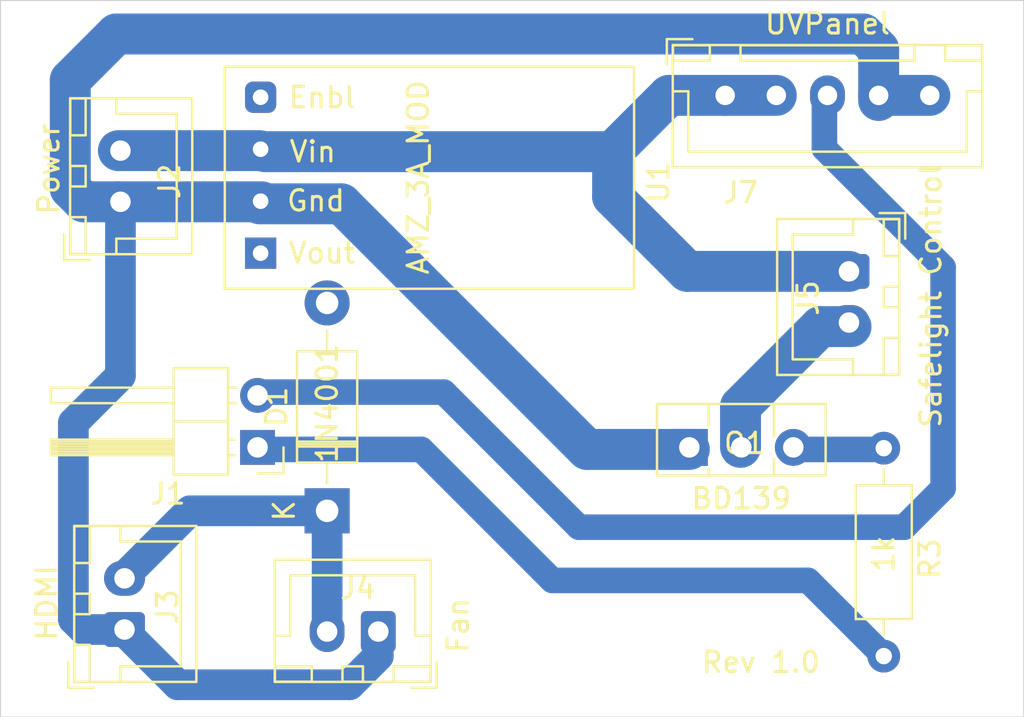
<source format=kicad_pcb>
(kicad_pcb (version 20171130) (host pcbnew "(5.1.8-0-10_14)")

  (general
    (thickness 1.6)
    (drawings 5)
    (tracks 47)
    (zones 0)
    (modules 10)
    (nets 10)
  )

  (page USLetter portrait)
  (layers
    (0 F.Cu signal)
    (31 B.Cu signal)
    (32 B.Adhes user hide)
    (33 F.Adhes user hide)
    (34 B.Paste user hide)
    (35 F.Paste user hide)
    (36 B.SilkS user hide)
    (37 F.SilkS user)
    (38 B.Mask user hide)
    (39 F.Mask user hide)
    (40 Dwgs.User user hide)
    (41 Cmts.User user hide)
    (42 Eco1.User user hide)
    (43 Eco2.User user hide)
    (44 Edge.Cuts user)
    (45 Margin user hide)
    (46 B.CrtYd user hide)
    (47 F.CrtYd user)
    (48 B.Fab user hide)
    (49 F.Fab user hide)
  )

  (setup
    (last_trace_width 1.25)
    (user_trace_width 0.5)
    (user_trace_width 1)
    (user_trace_width 1.5)
    (user_trace_width 2)
    (trace_clearance 0.25)
    (zone_clearance 0.508)
    (zone_45_only no)
    (trace_min 0.2)
    (via_size 0.8)
    (via_drill 0.4)
    (via_min_size 0.4)
    (via_min_drill 0.3)
    (uvia_size 0.3)
    (uvia_drill 0.1)
    (uvias_allowed no)
    (uvia_min_size 0.2)
    (uvia_min_drill 0.1)
    (edge_width 0.05)
    (segment_width 0.2)
    (pcb_text_width 0.3)
    (pcb_text_size 1.5 1.5)
    (mod_edge_width 0.12)
    (mod_text_size 1 1)
    (mod_text_width 0.15)
    (pad_size 1.7 1.7)
    (pad_drill 1)
    (pad_to_mask_clearance 0)
    (aux_axis_origin 9.96 72.036)
    (grid_origin 9.96 72.036)
    (visible_elements FFFEF97F)
    (pcbplotparams
      (layerselection 0x01000_fffffffe)
      (usegerberextensions false)
      (usegerberattributes true)
      (usegerberadvancedattributes true)
      (creategerberjobfile false)
      (excludeedgelayer true)
      (linewidth 0.100000)
      (plotframeref false)
      (viasonmask false)
      (mode 1)
      (useauxorigin true)
      (hpglpennumber 1)
      (hpglpenspeed 20)
      (hpglpendiameter 15.000000)
      (psnegative false)
      (psa4output false)
      (plotreference true)
      (plotvalue true)
      (plotinvisibletext false)
      (padsonsilk false)
      (subtractmaskfromsilk false)
      (outputformat 1)
      (mirror false)
      (drillshape 0)
      (scaleselection 1)
      (outputdirectory "../gbr/"))
  )

  (net 0 "")
  (net 1 GND)
  (net 2 +5V)
  (net 3 "Net-(D1-Pad2)")
  (net 4 "Net-(Q1-Pad3)")
  (net 5 "Net-(U1-Pad4)")
  (net 6 UVControl)
  (net 7 +24V)
  (net 8 SafelightControl)
  (net 9 SafelightGnd)

  (net_class Default "This is the default net class."
    (clearance 0.25)
    (trace_width 1.25)
    (via_dia 0.8)
    (via_drill 0.4)
    (uvia_dia 0.3)
    (uvia_drill 0.1)
    (add_net +24V)
    (add_net +5V)
    (add_net GND)
    (add_net "Net-(D1-Pad2)")
    (add_net "Net-(Q1-Pad3)")
    (add_net "Net-(U1-Pad4)")
    (add_net SafelightControl)
    (add_net SafelightGnd)
    (add_net UVControl)
  )

  (net_class Power12 ""
    (clearance 0.25)
    (trace_width 2)
    (via_dia 0.8)
    (via_drill 0.4)
    (uvia_dia 0.3)
    (uvia_drill 0.1)
  )

  (net_class Power5 ""
    (clearance 0.25)
    (trace_width 1.25)
    (via_dia 0.8)
    (via_drill 0.4)
    (uvia_dia 0.3)
    (uvia_drill 0.1)
  )

  (module Connector_PinHeader_2.54mm:PinHeader_1x02_P2.54mm_Horizontal (layer F.Cu) (tedit 59FED5CB) (tstamp 615AB299)
    (at 22.56 58.836 180)
    (descr "Through hole angled pin header, 1x02, 2.54mm pitch, 6mm pin length, single row")
    (tags "Through hole angled pin header THT 1x02 2.54mm single row")
    (path /615C0504)
    (fp_text reference J1 (at 4.385 -2.27) (layer F.SilkS)
      (effects (font (size 1 1) (thickness 0.15)))
    )
    (fp_text value "Light Control" (at 4.385 4.81) (layer F.Fab)
      (effects (font (size 1 1) (thickness 0.15)))
    )
    (fp_line (start 10.55 -1.8) (end -1.8 -1.8) (layer F.CrtYd) (width 0.05))
    (fp_line (start 10.55 4.35) (end 10.55 -1.8) (layer F.CrtYd) (width 0.05))
    (fp_line (start -1.8 4.35) (end 10.55 4.35) (layer F.CrtYd) (width 0.05))
    (fp_line (start -1.8 -1.8) (end -1.8 4.35) (layer F.CrtYd) (width 0.05))
    (fp_line (start -1.27 -1.27) (end 0 -1.27) (layer F.SilkS) (width 0.12))
    (fp_line (start -1.27 0) (end -1.27 -1.27) (layer F.SilkS) (width 0.12))
    (fp_line (start 1.042929 2.92) (end 1.44 2.92) (layer F.SilkS) (width 0.12))
    (fp_line (start 1.042929 2.16) (end 1.44 2.16) (layer F.SilkS) (width 0.12))
    (fp_line (start 10.1 2.92) (end 4.1 2.92) (layer F.SilkS) (width 0.12))
    (fp_line (start 10.1 2.16) (end 10.1 2.92) (layer F.SilkS) (width 0.12))
    (fp_line (start 4.1 2.16) (end 10.1 2.16) (layer F.SilkS) (width 0.12))
    (fp_line (start 1.44 1.27) (end 4.1 1.27) (layer F.SilkS) (width 0.12))
    (fp_line (start 1.11 0.38) (end 1.44 0.38) (layer F.SilkS) (width 0.12))
    (fp_line (start 1.11 -0.38) (end 1.44 -0.38) (layer F.SilkS) (width 0.12))
    (fp_line (start 4.1 0.28) (end 10.1 0.28) (layer F.SilkS) (width 0.12))
    (fp_line (start 4.1 0.16) (end 10.1 0.16) (layer F.SilkS) (width 0.12))
    (fp_line (start 4.1 0.04) (end 10.1 0.04) (layer F.SilkS) (width 0.12))
    (fp_line (start 4.1 -0.08) (end 10.1 -0.08) (layer F.SilkS) (width 0.12))
    (fp_line (start 4.1 -0.2) (end 10.1 -0.2) (layer F.SilkS) (width 0.12))
    (fp_line (start 4.1 -0.32) (end 10.1 -0.32) (layer F.SilkS) (width 0.12))
    (fp_line (start 10.1 0.38) (end 4.1 0.38) (layer F.SilkS) (width 0.12))
    (fp_line (start 10.1 -0.38) (end 10.1 0.38) (layer F.SilkS) (width 0.12))
    (fp_line (start 4.1 -0.38) (end 10.1 -0.38) (layer F.SilkS) (width 0.12))
    (fp_line (start 4.1 -1.33) (end 1.44 -1.33) (layer F.SilkS) (width 0.12))
    (fp_line (start 4.1 3.87) (end 4.1 -1.33) (layer F.SilkS) (width 0.12))
    (fp_line (start 1.44 3.87) (end 4.1 3.87) (layer F.SilkS) (width 0.12))
    (fp_line (start 1.44 -1.33) (end 1.44 3.87) (layer F.SilkS) (width 0.12))
    (fp_line (start 4.04 2.86) (end 10.04 2.86) (layer F.Fab) (width 0.1))
    (fp_line (start 10.04 2.22) (end 10.04 2.86) (layer F.Fab) (width 0.1))
    (fp_line (start 4.04 2.22) (end 10.04 2.22) (layer F.Fab) (width 0.1))
    (fp_line (start -0.32 2.86) (end 1.5 2.86) (layer F.Fab) (width 0.1))
    (fp_line (start -0.32 2.22) (end -0.32 2.86) (layer F.Fab) (width 0.1))
    (fp_line (start -0.32 2.22) (end 1.5 2.22) (layer F.Fab) (width 0.1))
    (fp_line (start 4.04 0.32) (end 10.04 0.32) (layer F.Fab) (width 0.1))
    (fp_line (start 10.04 -0.32) (end 10.04 0.32) (layer F.Fab) (width 0.1))
    (fp_line (start 4.04 -0.32) (end 10.04 -0.32) (layer F.Fab) (width 0.1))
    (fp_line (start -0.32 0.32) (end 1.5 0.32) (layer F.Fab) (width 0.1))
    (fp_line (start -0.32 -0.32) (end -0.32 0.32) (layer F.Fab) (width 0.1))
    (fp_line (start -0.32 -0.32) (end 1.5 -0.32) (layer F.Fab) (width 0.1))
    (fp_line (start 1.5 -0.635) (end 2.135 -1.27) (layer F.Fab) (width 0.1))
    (fp_line (start 1.5 3.81) (end 1.5 -0.635) (layer F.Fab) (width 0.1))
    (fp_line (start 4.04 3.81) (end 1.5 3.81) (layer F.Fab) (width 0.1))
    (fp_line (start 4.04 -1.27) (end 4.04 3.81) (layer F.Fab) (width 0.1))
    (fp_line (start 2.135 -1.27) (end 4.04 -1.27) (layer F.Fab) (width 0.1))
    (fp_text user %R (at 2.77 1.27 90) (layer F.Fab)
      (effects (font (size 1 1) (thickness 0.15)))
    )
    (pad 2 thru_hole oval (at 0 2.54 180) (size 1.7 1.7) (drill 1) (layers *.Cu *.Mask)
      (net 6 UVControl))
    (pad 1 thru_hole rect (at 0 0 180) (size 1.7 1.7) (drill 1) (layers *.Cu *.Mask)
      (net 8 SafelightControl))
    (model ${KISYS3DMOD}/Connector_PinHeader_2.54mm.3dshapes/PinHeader_1x02_P2.54mm_Horizontal.wrl
      (at (xyz 0 0 0))
      (scale (xyz 1 1 1))
      (rotate (xyz 0 0 0))
    )
  )

  (module Connector_JST:JST_XH_B2B-XH-A_1x02_P2.50mm_Vertical (layer F.Cu) (tedit 5C28146C) (tstamp 615AB39D)
    (at 51.46 50.236 270)
    (descr "JST XH series connector, B2B-XH-A (http://www.jst-mfg.com/product/pdf/eng/eXH.pdf), generated with kicad-footprint-generator")
    (tags "connector JST XH vertical")
    (path /603B82C9)
    (fp_text reference J5 (at 1.3 2 90) (layer F.SilkS)
      (effects (font (size 1 1) (thickness 0.15)))
    )
    (fp_text value "Safelight Control" (at 1.2 -4 90) (layer F.SilkS)
      (effects (font (size 1 1) (thickness 0.15)))
    )
    (fp_line (start -2.85 -2.75) (end -2.85 -1.5) (layer F.SilkS) (width 0.12))
    (fp_line (start -1.6 -2.75) (end -2.85 -2.75) (layer F.SilkS) (width 0.12))
    (fp_line (start 4.3 2.75) (end 1.25 2.75) (layer F.SilkS) (width 0.12))
    (fp_line (start 4.3 -0.2) (end 4.3 2.75) (layer F.SilkS) (width 0.12))
    (fp_line (start 5.05 -0.2) (end 4.3 -0.2) (layer F.SilkS) (width 0.12))
    (fp_line (start -1.8 2.75) (end 1.25 2.75) (layer F.SilkS) (width 0.12))
    (fp_line (start -1.8 -0.2) (end -1.8 2.75) (layer F.SilkS) (width 0.12))
    (fp_line (start -2.55 -0.2) (end -1.8 -0.2) (layer F.SilkS) (width 0.12))
    (fp_line (start 5.05 -2.45) (end 3.25 -2.45) (layer F.SilkS) (width 0.12))
    (fp_line (start 5.05 -1.7) (end 5.05 -2.45) (layer F.SilkS) (width 0.12))
    (fp_line (start 3.25 -1.7) (end 5.05 -1.7) (layer F.SilkS) (width 0.12))
    (fp_line (start 3.25 -2.45) (end 3.25 -1.7) (layer F.SilkS) (width 0.12))
    (fp_line (start -0.75 -2.45) (end -2.55 -2.45) (layer F.SilkS) (width 0.12))
    (fp_line (start -0.75 -1.7) (end -0.75 -2.45) (layer F.SilkS) (width 0.12))
    (fp_line (start -2.55 -1.7) (end -0.75 -1.7) (layer F.SilkS) (width 0.12))
    (fp_line (start -2.55 -2.45) (end -2.55 -1.7) (layer F.SilkS) (width 0.12))
    (fp_line (start 1.75 -2.45) (end 0.75 -2.45) (layer F.SilkS) (width 0.12))
    (fp_line (start 1.75 -1.7) (end 1.75 -2.45) (layer F.SilkS) (width 0.12))
    (fp_line (start 0.75 -1.7) (end 1.75 -1.7) (layer F.SilkS) (width 0.12))
    (fp_line (start 0.75 -2.45) (end 0.75 -1.7) (layer F.SilkS) (width 0.12))
    (fp_line (start 0 -1.35) (end 0.625 -2.35) (layer F.Fab) (width 0.1))
    (fp_line (start -0.625 -2.35) (end 0 -1.35) (layer F.Fab) (width 0.1))
    (fp_line (start 5.45 -2.85) (end -2.95 -2.85) (layer F.CrtYd) (width 0.05))
    (fp_line (start 5.45 3.9) (end 5.45 -2.85) (layer F.CrtYd) (width 0.05))
    (fp_line (start -2.95 3.9) (end 5.45 3.9) (layer F.CrtYd) (width 0.05))
    (fp_line (start -2.95 -2.85) (end -2.95 3.9) (layer F.CrtYd) (width 0.05))
    (fp_line (start 5.06 -2.46) (end -2.56 -2.46) (layer F.SilkS) (width 0.12))
    (fp_line (start 5.06 3.51) (end 5.06 -2.46) (layer F.SilkS) (width 0.12))
    (fp_line (start -2.56 3.51) (end 5.06 3.51) (layer F.SilkS) (width 0.12))
    (fp_line (start -2.56 -2.46) (end -2.56 3.51) (layer F.SilkS) (width 0.12))
    (fp_line (start 4.95 -2.35) (end -2.45 -2.35) (layer F.Fab) (width 0.1))
    (fp_line (start 4.95 3.4) (end 4.95 -2.35) (layer F.Fab) (width 0.1))
    (fp_line (start -2.45 3.4) (end 4.95 3.4) (layer F.Fab) (width 0.1))
    (fp_line (start -2.45 -2.35) (end -2.45 3.4) (layer F.Fab) (width 0.1))
    (fp_text user %R (at 1.25 2.7 90) (layer F.Fab)
      (effects (font (size 1 1) (thickness 0.15)))
    )
    (pad 2 thru_hole oval (at 2.5 0 270) (size 1.7 2) (drill 1) (layers *.Cu *.Mask)
      (net 9 SafelightGnd))
    (pad 1 thru_hole roundrect (at 0 0 270) (size 1.7 2) (drill 1) (layers *.Cu *.Mask) (roundrect_rratio 0.1470588235294118)
      (net 7 +24V))
    (model ${KISYS3DMOD}/Connector_JST.3dshapes/JST_XH_B2B-XH-A_1x02_P2.50mm_Vertical.wrl
      (at (xyz 0 0 0))
      (scale (xyz 1 1 1))
      (rotate (xyz 0 0 0))
    )
  )

  (module Connector_JST:JST_XH_B2B-XH-A_1x02_P2.50mm_Vertical (layer F.Cu) (tedit 5C28146C) (tstamp 615AB325)
    (at 28.46 67.836 180)
    (descr "JST XH series connector, B2B-XH-A (http://www.jst-mfg.com/product/pdf/eng/eXH.pdf), generated with kicad-footprint-generator")
    (tags "connector JST XH vertical")
    (path /603B45A7)
    (fp_text reference J4 (at 1 2.1) (layer F.SilkS)
      (effects (font (size 1 1) (thickness 0.15)))
    )
    (fp_text value Fan (at -3.9 0.3 270) (layer F.SilkS)
      (effects (font (size 1 1) (thickness 0.15)))
    )
    (fp_line (start -2.85 -2.75) (end -2.85 -1.5) (layer F.SilkS) (width 0.12))
    (fp_line (start -1.6 -2.75) (end -2.85 -2.75) (layer F.SilkS) (width 0.12))
    (fp_line (start 4.3 2.75) (end 1.25 2.75) (layer F.SilkS) (width 0.12))
    (fp_line (start 4.3 -0.2) (end 4.3 2.75) (layer F.SilkS) (width 0.12))
    (fp_line (start 5.05 -0.2) (end 4.3 -0.2) (layer F.SilkS) (width 0.12))
    (fp_line (start -1.8 2.75) (end 1.25 2.75) (layer F.SilkS) (width 0.12))
    (fp_line (start -1.8 -0.2) (end -1.8 2.75) (layer F.SilkS) (width 0.12))
    (fp_line (start -2.55 -0.2) (end -1.8 -0.2) (layer F.SilkS) (width 0.12))
    (fp_line (start 5.05 -2.45) (end 3.25 -2.45) (layer F.SilkS) (width 0.12))
    (fp_line (start 5.05 -1.7) (end 5.05 -2.45) (layer F.SilkS) (width 0.12))
    (fp_line (start 3.25 -1.7) (end 5.05 -1.7) (layer F.SilkS) (width 0.12))
    (fp_line (start 3.25 -2.45) (end 3.25 -1.7) (layer F.SilkS) (width 0.12))
    (fp_line (start -0.75 -2.45) (end -2.55 -2.45) (layer F.SilkS) (width 0.12))
    (fp_line (start -0.75 -1.7) (end -0.75 -2.45) (layer F.SilkS) (width 0.12))
    (fp_line (start -2.55 -1.7) (end -0.75 -1.7) (layer F.SilkS) (width 0.12))
    (fp_line (start -2.55 -2.45) (end -2.55 -1.7) (layer F.SilkS) (width 0.12))
    (fp_line (start 1.75 -2.45) (end 0.75 -2.45) (layer F.SilkS) (width 0.12))
    (fp_line (start 1.75 -1.7) (end 1.75 -2.45) (layer F.SilkS) (width 0.12))
    (fp_line (start 0.75 -1.7) (end 1.75 -1.7) (layer F.SilkS) (width 0.12))
    (fp_line (start 0.75 -2.45) (end 0.75 -1.7) (layer F.SilkS) (width 0.12))
    (fp_line (start 0 -1.35) (end 0.625 -2.35) (layer F.Fab) (width 0.1))
    (fp_line (start -0.625 -2.35) (end 0 -1.35) (layer F.Fab) (width 0.1))
    (fp_line (start 5.45 -2.85) (end -2.95 -2.85) (layer F.CrtYd) (width 0.05))
    (fp_line (start 5.45 3.9) (end 5.45 -2.85) (layer F.CrtYd) (width 0.05))
    (fp_line (start -2.95 3.9) (end 5.45 3.9) (layer F.CrtYd) (width 0.05))
    (fp_line (start -2.95 -2.85) (end -2.95 3.9) (layer F.CrtYd) (width 0.05))
    (fp_line (start 5.06 -2.46) (end -2.56 -2.46) (layer F.SilkS) (width 0.12))
    (fp_line (start 5.06 3.51) (end 5.06 -2.46) (layer F.SilkS) (width 0.12))
    (fp_line (start -2.56 3.51) (end 5.06 3.51) (layer F.SilkS) (width 0.12))
    (fp_line (start -2.56 -2.46) (end -2.56 3.51) (layer F.SilkS) (width 0.12))
    (fp_line (start 4.95 -2.35) (end -2.45 -2.35) (layer F.Fab) (width 0.1))
    (fp_line (start 4.95 3.4) (end 4.95 -2.35) (layer F.Fab) (width 0.1))
    (fp_line (start -2.45 3.4) (end 4.95 3.4) (layer F.Fab) (width 0.1))
    (fp_line (start -2.45 -2.35) (end -2.45 3.4) (layer F.Fab) (width 0.1))
    (fp_text user %R (at 1.25 2.7) (layer F.Fab)
      (effects (font (size 1 1) (thickness 0.15)))
    )
    (pad 2 thru_hole oval (at 2.5 0 180) (size 1.7 2) (drill 1) (layers *.Cu *.Mask)
      (net 2 +5V))
    (pad 1 thru_hole roundrect (at 0 0 180) (size 1.7 2) (drill 1) (layers *.Cu *.Mask) (roundrect_rratio 0.1470588235294118)
      (net 1 GND))
    (model ${KISYS3DMOD}/Connector_JST.3dshapes/JST_XH_B2B-XH-A_1x02_P2.50mm_Vertical.wrl
      (at (xyz 0 0 0))
      (scale (xyz 1 1 1))
      (rotate (xyz 0 0 0))
    )
  )

  (module Connector_JST:JST_XH_B2B-XH-A_1x02_P2.50mm_Vertical (layer F.Cu) (tedit 5C28146C) (tstamp 615AB007)
    (at 16.06 67.736 90)
    (descr "JST XH series connector, B2B-XH-A (http://www.jst-mfg.com/product/pdf/eng/eXH.pdf), generated with kicad-footprint-generator")
    (tags "connector JST XH vertical")
    (path /615BE82D)
    (fp_text reference J3 (at 1.1 2.1 90) (layer F.SilkS)
      (effects (font (size 1 1) (thickness 0.15)))
    )
    (fp_text value HDMI (at 1.3 -3.8 90) (layer F.SilkS)
      (effects (font (size 1 1) (thickness 0.15)))
    )
    (fp_line (start -2.85 -2.75) (end -2.85 -1.5) (layer F.SilkS) (width 0.12))
    (fp_line (start -1.6 -2.75) (end -2.85 -2.75) (layer F.SilkS) (width 0.12))
    (fp_line (start 4.3 2.75) (end 1.25 2.75) (layer F.SilkS) (width 0.12))
    (fp_line (start 4.3 -0.2) (end 4.3 2.75) (layer F.SilkS) (width 0.12))
    (fp_line (start 5.05 -0.2) (end 4.3 -0.2) (layer F.SilkS) (width 0.12))
    (fp_line (start -1.8 2.75) (end 1.25 2.75) (layer F.SilkS) (width 0.12))
    (fp_line (start -1.8 -0.2) (end -1.8 2.75) (layer F.SilkS) (width 0.12))
    (fp_line (start -2.55 -0.2) (end -1.8 -0.2) (layer F.SilkS) (width 0.12))
    (fp_line (start 5.05 -2.45) (end 3.25 -2.45) (layer F.SilkS) (width 0.12))
    (fp_line (start 5.05 -1.7) (end 5.05 -2.45) (layer F.SilkS) (width 0.12))
    (fp_line (start 3.25 -1.7) (end 5.05 -1.7) (layer F.SilkS) (width 0.12))
    (fp_line (start 3.25 -2.45) (end 3.25 -1.7) (layer F.SilkS) (width 0.12))
    (fp_line (start -0.75 -2.45) (end -2.55 -2.45) (layer F.SilkS) (width 0.12))
    (fp_line (start -0.75 -1.7) (end -0.75 -2.45) (layer F.SilkS) (width 0.12))
    (fp_line (start -2.55 -1.7) (end -0.75 -1.7) (layer F.SilkS) (width 0.12))
    (fp_line (start -2.55 -2.45) (end -2.55 -1.7) (layer F.SilkS) (width 0.12))
    (fp_line (start 1.75 -2.45) (end 0.75 -2.45) (layer F.SilkS) (width 0.12))
    (fp_line (start 1.75 -1.7) (end 1.75 -2.45) (layer F.SilkS) (width 0.12))
    (fp_line (start 0.75 -1.7) (end 1.75 -1.7) (layer F.SilkS) (width 0.12))
    (fp_line (start 0.75 -2.45) (end 0.75 -1.7) (layer F.SilkS) (width 0.12))
    (fp_line (start 0 -1.35) (end 0.625 -2.35) (layer F.Fab) (width 0.1))
    (fp_line (start -0.625 -2.35) (end 0 -1.35) (layer F.Fab) (width 0.1))
    (fp_line (start 5.45 -2.85) (end -2.95 -2.85) (layer F.CrtYd) (width 0.05))
    (fp_line (start 5.45 3.9) (end 5.45 -2.85) (layer F.CrtYd) (width 0.05))
    (fp_line (start -2.95 3.9) (end 5.45 3.9) (layer F.CrtYd) (width 0.05))
    (fp_line (start -2.95 -2.85) (end -2.95 3.9) (layer F.CrtYd) (width 0.05))
    (fp_line (start 5.06 -2.46) (end -2.56 -2.46) (layer F.SilkS) (width 0.12))
    (fp_line (start 5.06 3.51) (end 5.06 -2.46) (layer F.SilkS) (width 0.12))
    (fp_line (start -2.56 3.51) (end 5.06 3.51) (layer F.SilkS) (width 0.12))
    (fp_line (start -2.56 -2.46) (end -2.56 3.51) (layer F.SilkS) (width 0.12))
    (fp_line (start 4.95 -2.35) (end -2.45 -2.35) (layer F.Fab) (width 0.1))
    (fp_line (start 4.95 3.4) (end 4.95 -2.35) (layer F.Fab) (width 0.1))
    (fp_line (start -2.45 3.4) (end 4.95 3.4) (layer F.Fab) (width 0.1))
    (fp_line (start -2.45 -2.35) (end -2.45 3.4) (layer F.Fab) (width 0.1))
    (fp_text user %R (at 1.25 2.7 90) (layer F.Fab)
      (effects (font (size 1 1) (thickness 0.15)))
    )
    (pad 2 thru_hole oval (at 2.5 0 90) (size 1.7 2) (drill 1) (layers *.Cu *.Mask)
      (net 2 +5V))
    (pad 1 thru_hole roundrect (at 0 0 90) (size 1.7 2) (drill 1) (layers *.Cu *.Mask) (roundrect_rratio 0.1470588235294118)
      (net 1 GND))
    (model ${KISYS3DMOD}/Connector_JST.3dshapes/JST_XH_B2B-XH-A_1x02_P2.50mm_Vertical.wrl
      (at (xyz 0 0 0))
      (scale (xyz 1 1 1))
      (rotate (xyz 0 0 0))
    )
  )

  (module Connector_JST:JST_XH_B2B-XH-A_1x02_P2.50mm_Vertical (layer F.Cu) (tedit 5C28146C) (tstamp 615AB0C4)
    (at 15.86 46.836 90)
    (descr "JST XH series connector, B2B-XH-A (http://www.jst-mfg.com/product/pdf/eng/eXH.pdf), generated with kicad-footprint-generator")
    (tags "connector JST XH vertical")
    (path /603B31A5)
    (fp_text reference J2 (at 1 2.4 90) (layer F.SilkS)
      (effects (font (size 1 1) (thickness 0.15)))
    )
    (fp_text value Power (at 1.6 -3.5 90) (layer F.SilkS)
      (effects (font (size 1 1) (thickness 0.15)))
    )
    (fp_line (start -2.45 -2.35) (end -2.45 3.4) (layer F.Fab) (width 0.1))
    (fp_line (start -2.45 3.4) (end 4.95 3.4) (layer F.Fab) (width 0.1))
    (fp_line (start 4.95 3.4) (end 4.95 -2.35) (layer F.Fab) (width 0.1))
    (fp_line (start 4.95 -2.35) (end -2.45 -2.35) (layer F.Fab) (width 0.1))
    (fp_line (start -2.56 -2.46) (end -2.56 3.51) (layer F.SilkS) (width 0.12))
    (fp_line (start -2.56 3.51) (end 5.06 3.51) (layer F.SilkS) (width 0.12))
    (fp_line (start 5.06 3.51) (end 5.06 -2.46) (layer F.SilkS) (width 0.12))
    (fp_line (start 5.06 -2.46) (end -2.56 -2.46) (layer F.SilkS) (width 0.12))
    (fp_line (start -2.95 -2.85) (end -2.95 3.9) (layer F.CrtYd) (width 0.05))
    (fp_line (start -2.95 3.9) (end 5.45 3.9) (layer F.CrtYd) (width 0.05))
    (fp_line (start 5.45 3.9) (end 5.45 -2.85) (layer F.CrtYd) (width 0.05))
    (fp_line (start 5.45 -2.85) (end -2.95 -2.85) (layer F.CrtYd) (width 0.05))
    (fp_line (start -0.625 -2.35) (end 0 -1.35) (layer F.Fab) (width 0.1))
    (fp_line (start 0 -1.35) (end 0.625 -2.35) (layer F.Fab) (width 0.1))
    (fp_line (start 0.75 -2.45) (end 0.75 -1.7) (layer F.SilkS) (width 0.12))
    (fp_line (start 0.75 -1.7) (end 1.75 -1.7) (layer F.SilkS) (width 0.12))
    (fp_line (start 1.75 -1.7) (end 1.75 -2.45) (layer F.SilkS) (width 0.12))
    (fp_line (start 1.75 -2.45) (end 0.75 -2.45) (layer F.SilkS) (width 0.12))
    (fp_line (start -2.55 -2.45) (end -2.55 -1.7) (layer F.SilkS) (width 0.12))
    (fp_line (start -2.55 -1.7) (end -0.75 -1.7) (layer F.SilkS) (width 0.12))
    (fp_line (start -0.75 -1.7) (end -0.75 -2.45) (layer F.SilkS) (width 0.12))
    (fp_line (start -0.75 -2.45) (end -2.55 -2.45) (layer F.SilkS) (width 0.12))
    (fp_line (start 3.25 -2.45) (end 3.25 -1.7) (layer F.SilkS) (width 0.12))
    (fp_line (start 3.25 -1.7) (end 5.05 -1.7) (layer F.SilkS) (width 0.12))
    (fp_line (start 5.05 -1.7) (end 5.05 -2.45) (layer F.SilkS) (width 0.12))
    (fp_line (start 5.05 -2.45) (end 3.25 -2.45) (layer F.SilkS) (width 0.12))
    (fp_line (start -2.55 -0.2) (end -1.8 -0.2) (layer F.SilkS) (width 0.12))
    (fp_line (start -1.8 -0.2) (end -1.8 2.75) (layer F.SilkS) (width 0.12))
    (fp_line (start -1.8 2.75) (end 1.25 2.75) (layer F.SilkS) (width 0.12))
    (fp_line (start 5.05 -0.2) (end 4.3 -0.2) (layer F.SilkS) (width 0.12))
    (fp_line (start 4.3 -0.2) (end 4.3 2.75) (layer F.SilkS) (width 0.12))
    (fp_line (start 4.3 2.75) (end 1.25 2.75) (layer F.SilkS) (width 0.12))
    (fp_line (start -1.6 -2.75) (end -2.85 -2.75) (layer F.SilkS) (width 0.12))
    (fp_line (start -2.85 -2.75) (end -2.85 -1.5) (layer F.SilkS) (width 0.12))
    (fp_text user %R (at 1.25 2.7 90) (layer F.Fab)
      (effects (font (size 1 1) (thickness 0.15)))
    )
    (pad 1 thru_hole roundrect (at 0 0 90) (size 1.7 2) (drill 1) (layers *.Cu *.Mask) (roundrect_rratio 0.1470588235294118)
      (net 1 GND))
    (pad 2 thru_hole oval (at 2.5 0 90) (size 1.7 2) (drill 1) (layers *.Cu *.Mask)
      (net 7 +24V))
    (model ${KISYS3DMOD}/Connector_JST.3dshapes/JST_XH_B2B-XH-A_1x02_P2.50mm_Vertical.wrl
      (at (xyz 0 0 0))
      (scale (xyz 1 1 1))
      (rotate (xyz 0 0 0))
    )
  )

  (module Connector_JST:JST_XH_B5B-XH-A_1x05_P2.50mm_Vertical (layer F.Cu) (tedit 5C28146C) (tstamp 615AB211)
    (at 45.41 41.636)
    (descr "JST XH series connector, B5B-XH-A (http://www.jst-mfg.com/product/pdf/eng/eXH.pdf), generated with kicad-footprint-generator")
    (tags "connector JST XH vertical")
    (path /60A321D8)
    (fp_text reference J7 (at 0.75 4.75) (layer F.SilkS)
      (effects (font (size 1 1) (thickness 0.15)))
    )
    (fp_text value UVPanel (at 5 -3.5) (layer F.SilkS)
      (effects (font (size 1 1) (thickness 0.15)))
    )
    (fp_line (start -2.45 -2.35) (end -2.45 3.4) (layer F.Fab) (width 0.1))
    (fp_line (start -2.45 3.4) (end 12.45 3.4) (layer F.Fab) (width 0.1))
    (fp_line (start 12.45 3.4) (end 12.45 -2.35) (layer F.Fab) (width 0.1))
    (fp_line (start 12.45 -2.35) (end -2.45 -2.35) (layer F.Fab) (width 0.1))
    (fp_line (start -2.56 -2.46) (end -2.56 3.51) (layer F.SilkS) (width 0.12))
    (fp_line (start -2.56 3.51) (end 12.56 3.51) (layer F.SilkS) (width 0.12))
    (fp_line (start 12.56 3.51) (end 12.56 -2.46) (layer F.SilkS) (width 0.12))
    (fp_line (start 12.56 -2.46) (end -2.56 -2.46) (layer F.SilkS) (width 0.12))
    (fp_line (start -2.95 -2.85) (end -2.95 3.9) (layer F.CrtYd) (width 0.05))
    (fp_line (start -2.95 3.9) (end 12.95 3.9) (layer F.CrtYd) (width 0.05))
    (fp_line (start 12.95 3.9) (end 12.95 -2.85) (layer F.CrtYd) (width 0.05))
    (fp_line (start 12.95 -2.85) (end -2.95 -2.85) (layer F.CrtYd) (width 0.05))
    (fp_line (start -0.625 -2.35) (end 0 -1.35) (layer F.Fab) (width 0.1))
    (fp_line (start 0 -1.35) (end 0.625 -2.35) (layer F.Fab) (width 0.1))
    (fp_line (start 0.75 -2.45) (end 0.75 -1.7) (layer F.SilkS) (width 0.12))
    (fp_line (start 0.75 -1.7) (end 9.25 -1.7) (layer F.SilkS) (width 0.12))
    (fp_line (start 9.25 -1.7) (end 9.25 -2.45) (layer F.SilkS) (width 0.12))
    (fp_line (start 9.25 -2.45) (end 0.75 -2.45) (layer F.SilkS) (width 0.12))
    (fp_line (start -2.55 -2.45) (end -2.55 -1.7) (layer F.SilkS) (width 0.12))
    (fp_line (start -2.55 -1.7) (end -0.75 -1.7) (layer F.SilkS) (width 0.12))
    (fp_line (start -0.75 -1.7) (end -0.75 -2.45) (layer F.SilkS) (width 0.12))
    (fp_line (start -0.75 -2.45) (end -2.55 -2.45) (layer F.SilkS) (width 0.12))
    (fp_line (start 10.75 -2.45) (end 10.75 -1.7) (layer F.SilkS) (width 0.12))
    (fp_line (start 10.75 -1.7) (end 12.55 -1.7) (layer F.SilkS) (width 0.12))
    (fp_line (start 12.55 -1.7) (end 12.55 -2.45) (layer F.SilkS) (width 0.12))
    (fp_line (start 12.55 -2.45) (end 10.75 -2.45) (layer F.SilkS) (width 0.12))
    (fp_line (start -2.55 -0.2) (end -1.8 -0.2) (layer F.SilkS) (width 0.12))
    (fp_line (start -1.8 -0.2) (end -1.8 2.75) (layer F.SilkS) (width 0.12))
    (fp_line (start -1.8 2.75) (end 5 2.75) (layer F.SilkS) (width 0.12))
    (fp_line (start 12.55 -0.2) (end 11.8 -0.2) (layer F.SilkS) (width 0.12))
    (fp_line (start 11.8 -0.2) (end 11.8 2.75) (layer F.SilkS) (width 0.12))
    (fp_line (start 11.8 2.75) (end 5 2.75) (layer F.SilkS) (width 0.12))
    (fp_line (start -1.6 -2.75) (end -2.85 -2.75) (layer F.SilkS) (width 0.12))
    (fp_line (start -2.85 -2.75) (end -2.85 -1.5) (layer F.SilkS) (width 0.12))
    (fp_text user %R (at 5 2.7) (layer F.Fab)
      (effects (font (size 1 1) (thickness 0.15)))
    )
    (pad 5 thru_hole oval (at 10 0) (size 1.7 1.95) (drill 0.95) (layers *.Cu *.Mask)
      (net 1 GND))
    (pad 4 thru_hole oval (at 7.5 0) (size 1.7 1.95) (drill 0.95) (layers *.Cu *.Mask)
      (net 1 GND))
    (pad 3 thru_hole oval (at 5 0) (size 1.7 1.95) (drill 0.95) (layers *.Cu *.Mask)
      (net 6 UVControl))
    (pad 2 thru_hole oval (at 2.5 0) (size 1.7 1.95) (drill 0.95) (layers *.Cu *.Mask)
      (net 7 +24V))
    (pad 1 thru_hole roundrect (at 0 0) (size 1.7 1.95) (drill 0.95) (layers *.Cu *.Mask) (roundrect_rratio 0.1470588235294118)
      (net 7 +24V))
    (model ${KISYS3DMOD}/Connector_JST.3dshapes/JST_XH_B5B-XH-A_1x05_P2.50mm_Vertical.wrl
      (at (xyz 0 0 0))
      (scale (xyz 1 1 1))
      (rotate (xyz 0 0 0))
    )
  )

  (module jkoz_custom:Amazon_3A_Power_Module (layer F.Cu) (tedit 6041531D) (tstamp 615AB1C8)
    (at 30.66 45.636 90)
    (path /60426F45)
    (fp_text reference U1 (at -0.25 11.5 90) (layer F.SilkS)
      (effects (font (size 1 1) (thickness 0.15)))
    )
    (fp_text value AMZ_3A_MOD (at 0 -0.25 90) (layer F.SilkS)
      (effects (font (size 1 1) (thickness 0.15)))
    )
    (fp_line (start -5.45 10.3) (end -5.45 -9.7) (layer F.SilkS) (width 0.12))
    (fp_line (start 5.4 10.3) (end -5.45 10.3) (layer F.SilkS) (width 0.12))
    (fp_line (start 5.4 -9.7) (end 5.4 10.3) (layer F.SilkS) (width 0.12))
    (fp_line (start -5.45 -9.7) (end 5.4 -9.7) (layer F.SilkS) (width 0.12))
    (fp_text user Enbl (at 3.9 -4.95) (layer F.SilkS)
      (effects (font (size 1 1) (thickness 0.15)))
    )
    (fp_text user Vin (at 1.25 -5.4) (layer F.SilkS)
      (effects (font (size 1 1) (thickness 0.15)))
    )
    (fp_text user Gnd (at -1.15 -5.25) (layer F.SilkS)
      (effects (font (size 1 1) (thickness 0.15)))
    )
    (fp_text user Vout (at -3.7 -4.95) (layer F.SilkS)
      (effects (font (size 1 1) (thickness 0.15)))
    )
    (pad 4 thru_hole roundrect (at 3.91 -7.95 90) (size 1.524 1.524) (drill 0.762) (layers *.Cu *.Mask) (roundrect_rratio 0.25)
      (net 5 "Net-(U1-Pad4)"))
    (pad 3 thru_hole roundrect (at 1.37 -7.95 90) (size 1.524 1.524) (drill 0.762) (layers *.Cu *.Mask) (roundrect_rratio 0.25)
      (net 7 +24V))
    (pad 2 thru_hole roundrect (at -1.17 -7.95 90) (size 1.524 1.524) (drill 0.762) (layers *.Cu *.Mask) (roundrect_rratio 0.25)
      (net 1 GND))
    (pad 1 thru_hole rect (at -3.71 -7.95 90) (size 1.524 1.524) (drill 0.762) (layers *.Cu *.Mask)
      (net 3 "Net-(D1-Pad2)"))
  )

  (module Package_TO_SOT_THT:TO-126-3_Vertical (layer F.Cu) (tedit 5AC8BA0D) (tstamp 615AB187)
    (at 43.66 58.836)
    (descr "TO-126-3, Vertical, RM 2.54mm, see https://www.diodes.com/assets/Package-Files/TO126.pdf")
    (tags "TO-126-3 Vertical RM 2.54mm")
    (path /6046CF81)
    (fp_text reference Q1 (at 2.7 -0.2) (layer F.SilkS)
      (effects (font (size 1 1) (thickness 0.15)))
    )
    (fp_text value BD139 (at 2.54 2.5) (layer F.SilkS)
      (effects (font (size 1 1) (thickness 0.15)))
    )
    (fp_line (start -1.46 -2) (end -1.46 1.25) (layer F.Fab) (width 0.1))
    (fp_line (start -1.46 1.25) (end 6.54 1.25) (layer F.Fab) (width 0.1))
    (fp_line (start 6.54 1.25) (end 6.54 -2) (layer F.Fab) (width 0.1))
    (fp_line (start 6.54 -2) (end -1.46 -2) (layer F.Fab) (width 0.1))
    (fp_line (start 0.94 -2) (end 0.94 1.25) (layer F.Fab) (width 0.1))
    (fp_line (start 4.14 -2) (end 4.14 1.25) (layer F.Fab) (width 0.1))
    (fp_line (start -1.58 -2.12) (end 6.66 -2.12) (layer F.SilkS) (width 0.12))
    (fp_line (start -1.58 1.37) (end 6.66 1.37) (layer F.SilkS) (width 0.12))
    (fp_line (start -1.58 -2.12) (end -1.58 1.37) (layer F.SilkS) (width 0.12))
    (fp_line (start 6.66 -2.12) (end 6.66 1.37) (layer F.SilkS) (width 0.12))
    (fp_line (start 0.94 -2.12) (end 0.94 -1.05) (layer F.SilkS) (width 0.12))
    (fp_line (start 0.94 1.05) (end 0.94 1.37) (layer F.SilkS) (width 0.12))
    (fp_line (start 4.141 -2.12) (end 4.141 -0.54) (layer F.SilkS) (width 0.12))
    (fp_line (start 4.141 0.54) (end 4.141 1.37) (layer F.SilkS) (width 0.12))
    (fp_line (start -1.71 -2.25) (end -1.71 1.5) (layer F.CrtYd) (width 0.05))
    (fp_line (start -1.71 1.5) (end 6.79 1.5) (layer F.CrtYd) (width 0.05))
    (fp_line (start 6.79 1.5) (end 6.79 -2.25) (layer F.CrtYd) (width 0.05))
    (fp_line (start 6.79 -2.25) (end -1.71 -2.25) (layer F.CrtYd) (width 0.05))
    (fp_text user %R (at 2.54 -3.12) (layer F.Fab)
      (effects (font (size 1 1) (thickness 0.15)))
    )
    (pad 3 thru_hole oval (at 5.08 0) (size 1.8 1.8) (drill 1) (layers *.Cu *.Mask)
      (net 4 "Net-(Q1-Pad3)"))
    (pad 2 thru_hole oval (at 2.54 0) (size 1.8 1.8) (drill 1) (layers *.Cu *.Mask)
      (net 9 SafelightGnd))
    (pad 1 thru_hole rect (at 0 0) (size 1.8 1.8) (drill 1) (layers *.Cu *.Mask)
      (net 1 GND))
    (model ${KISYS3DMOD}/Package_TO_SOT_THT.3dshapes/TO-126-3_Vertical.wrl
      (at (xyz 0 0 0))
      (scale (xyz 1 1 1))
      (rotate (xyz 0 0 0))
    )
  )

  (module Diode_THT:D_DO-41_SOD81_P10.16mm_Horizontal (layer F.Cu) (tedit 5AE50CD5) (tstamp 615AB132)
    (at 25.96 61.936 90)
    (descr "Diode, DO-41_SOD81 series, Axial, Horizontal, pin pitch=10.16mm, , length*diameter=5.2*2.7mm^2, , http://www.diodes.com/_files/packages/DO-41%20(Plastic).pdf")
    (tags "Diode DO-41_SOD81 series Axial Horizontal pin pitch 10.16mm  length 5.2mm diameter 2.7mm")
    (path /5FD171A4)
    (fp_text reference D1 (at 5.08 -2.47 90) (layer F.SilkS)
      (effects (font (size 1 1) (thickness 0.15)))
    )
    (fp_text value 1N4001 (at 5.25 0 90) (layer F.SilkS)
      (effects (font (size 1 1) (thickness 0.15)))
    )
    (fp_line (start 11.51 -1.6) (end -1.35 -1.6) (layer F.CrtYd) (width 0.05))
    (fp_line (start 11.51 1.6) (end 11.51 -1.6) (layer F.CrtYd) (width 0.05))
    (fp_line (start -1.35 1.6) (end 11.51 1.6) (layer F.CrtYd) (width 0.05))
    (fp_line (start -1.35 -1.6) (end -1.35 1.6) (layer F.CrtYd) (width 0.05))
    (fp_line (start 3.14 -1.47) (end 3.14 1.47) (layer F.SilkS) (width 0.12))
    (fp_line (start 3.38 -1.47) (end 3.38 1.47) (layer F.SilkS) (width 0.12))
    (fp_line (start 3.26 -1.47) (end 3.26 1.47) (layer F.SilkS) (width 0.12))
    (fp_line (start 8.82 0) (end 7.8 0) (layer F.SilkS) (width 0.12))
    (fp_line (start 1.34 0) (end 2.36 0) (layer F.SilkS) (width 0.12))
    (fp_line (start 7.8 -1.47) (end 2.36 -1.47) (layer F.SilkS) (width 0.12))
    (fp_line (start 7.8 1.47) (end 7.8 -1.47) (layer F.SilkS) (width 0.12))
    (fp_line (start 2.36 1.47) (end 7.8 1.47) (layer F.SilkS) (width 0.12))
    (fp_line (start 2.36 -1.47) (end 2.36 1.47) (layer F.SilkS) (width 0.12))
    (fp_line (start 3.16 -1.35) (end 3.16 1.35) (layer F.Fab) (width 0.1))
    (fp_line (start 3.36 -1.35) (end 3.36 1.35) (layer F.Fab) (width 0.1))
    (fp_line (start 3.26 -1.35) (end 3.26 1.35) (layer F.Fab) (width 0.1))
    (fp_line (start 10.16 0) (end 7.68 0) (layer F.Fab) (width 0.1))
    (fp_line (start 0 0) (end 2.48 0) (layer F.Fab) (width 0.1))
    (fp_line (start 7.68 -1.35) (end 2.48 -1.35) (layer F.Fab) (width 0.1))
    (fp_line (start 7.68 1.35) (end 7.68 -1.35) (layer F.Fab) (width 0.1))
    (fp_line (start 2.48 1.35) (end 7.68 1.35) (layer F.Fab) (width 0.1))
    (fp_line (start 2.48 -1.35) (end 2.48 1.35) (layer F.Fab) (width 0.1))
    (fp_text user K (at 0 -2.1 90) (layer F.SilkS)
      (effects (font (size 1 1) (thickness 0.15)))
    )
    (fp_text user K (at 0 -2.1 90) (layer F.Fab)
      (effects (font (size 1 1) (thickness 0.15)))
    )
    (fp_text user %R (at 5.5 2.25 90) (layer F.Fab)
      (effects (font (size 1 1) (thickness 0.15)))
    )
    (pad 2 thru_hole oval (at 10.16 0 90) (size 2.2 2.2) (drill 1.1) (layers *.Cu *.Mask)
      (net 3 "Net-(D1-Pad2)"))
    (pad 1 thru_hole rect (at 0 0 90) (size 2.2 2.2) (drill 1.1) (layers *.Cu *.Mask)
      (net 2 +5V))
    (model ${KISYS3DMOD}/Diode_THT.3dshapes/D_DO-41_SOD81_P10.16mm_Horizontal.wrl
      (at (xyz 0 0 0))
      (scale (xyz 1 1 1))
      (rotate (xyz 0 0 0))
    )
  )

  (module Resistor_THT:R_Axial_DIN0207_L6.3mm_D2.5mm_P10.16mm_Horizontal (layer F.Cu) (tedit 5AE5139B) (tstamp 615AB070)
    (at 53.16 69.036 90)
    (descr "Resistor, Axial_DIN0207 series, Axial, Horizontal, pin pitch=10.16mm, 0.25W = 1/4W, length*diameter=6.3*2.5mm^2, http://cdn-reichelt.de/documents/datenblatt/B400/1_4W%23YAG.pdf")
    (tags "Resistor Axial_DIN0207 series Axial Horizontal pin pitch 10.16mm 0.25W = 1/4W length 6.3mm diameter 2.5mm")
    (path /5FD96372)
    (fp_text reference R3 (at 4.75 2.25 90) (layer F.SilkS)
      (effects (font (size 1 1) (thickness 0.15)))
    )
    (fp_text value 1k (at 5 0 90) (layer F.SilkS)
      (effects (font (size 1 1) (thickness 0.15)))
    )
    (fp_line (start 1.93 -1.25) (end 1.93 1.25) (layer F.Fab) (width 0.1))
    (fp_line (start 1.93 1.25) (end 8.23 1.25) (layer F.Fab) (width 0.1))
    (fp_line (start 8.23 1.25) (end 8.23 -1.25) (layer F.Fab) (width 0.1))
    (fp_line (start 8.23 -1.25) (end 1.93 -1.25) (layer F.Fab) (width 0.1))
    (fp_line (start 0 0) (end 1.93 0) (layer F.Fab) (width 0.1))
    (fp_line (start 10.16 0) (end 8.23 0) (layer F.Fab) (width 0.1))
    (fp_line (start 1.81 -1.37) (end 1.81 1.37) (layer F.SilkS) (width 0.12))
    (fp_line (start 1.81 1.37) (end 8.35 1.37) (layer F.SilkS) (width 0.12))
    (fp_line (start 8.35 1.37) (end 8.35 -1.37) (layer F.SilkS) (width 0.12))
    (fp_line (start 8.35 -1.37) (end 1.81 -1.37) (layer F.SilkS) (width 0.12))
    (fp_line (start 1.04 0) (end 1.81 0) (layer F.SilkS) (width 0.12))
    (fp_line (start 9.12 0) (end 8.35 0) (layer F.SilkS) (width 0.12))
    (fp_line (start -1.05 -1.5) (end -1.05 1.5) (layer F.CrtYd) (width 0.05))
    (fp_line (start -1.05 1.5) (end 11.21 1.5) (layer F.CrtYd) (width 0.05))
    (fp_line (start 11.21 1.5) (end 11.21 -1.5) (layer F.CrtYd) (width 0.05))
    (fp_line (start 11.21 -1.5) (end -1.05 -1.5) (layer F.CrtYd) (width 0.05))
    (fp_text user %R (at 6.5 2.5 180) (layer F.Fab)
      (effects (font (size 1 1) (thickness 0.15)))
    )
    (pad 1 thru_hole circle (at 0 0 90) (size 1.6 1.6) (drill 0.8) (layers *.Cu *.Mask)
      (net 8 SafelightControl))
    (pad 2 thru_hole oval (at 10.16 0 90) (size 1.6 1.6) (drill 0.8) (layers *.Cu *.Mask)
      (net 4 "Net-(Q1-Pad3)"))
    (model ${KISYS3DMOD}/Resistor_THT.3dshapes/R_Axial_DIN0207_L6.3mm_D2.5mm_P10.16mm_Horizontal.wrl
      (at (xyz 0 0 0))
      (scale (xyz 1 1 1))
      (rotate (xyz 0 0 0))
    )
  )

  (gr_text "Rev 1.0" (at 47.16 69.336) (layer F.SilkS)
    (effects (font (size 1 1) (thickness 0.15)))
  )
  (gr_line (start 10 72) (end 10 37) (layer Edge.Cuts) (width 0.05) (tstamp 60A31E03))
  (gr_line (start 60 72) (end 10 72) (layer Edge.Cuts) (width 0.05) (tstamp 60A31E06))
  (gr_line (start 60 37) (end 60 72) (layer Edge.Cuts) (width 0.05) (tstamp 60A31DBE))
  (gr_line (start 10 37) (end 60 37) (layer Edge.Cuts) (width 0.05) (tstamp 615AB058))

  (segment (start 52.91 41.636) (end 55.41 41.636) (width 2) (layer B.Cu) (net 1) (tstamp 615AB448))
  (segment (start 22.76 46.836) (end 15.66 46.836) (width 2) (layer B.Cu) (net 1) (tstamp 615AB424))
  (segment (start 13.41 46.186) (end 14.06 46.836) (width 2) (layer B.Cu) (net 1) (tstamp 615AB481))
  (segment (start 13.41 40.886) (end 13.41 46.186) (width 2) (layer B.Cu) (net 1) (tstamp 615AB484))
  (segment (start 14.06 46.836) (end 15.76 46.836) (width 2) (layer B.Cu) (net 1) (tstamp 615AB487))
  (segment (start 15.66 38.636) (end 13.41 40.886) (width 2) (layer B.Cu) (net 1) (tstamp 615AB47B))
  (segment (start 52.91 41.886) (end 52.91 39.386) (width 2) (layer B.Cu) (net 1) (tstamp 615AB47E))
  (segment (start 52.16 38.636) (end 15.66 38.636) (width 2) (layer B.Cu) (net 1) (tstamp 615AB469))
  (segment (start 52.91 39.386) (end 52.16 38.636) (width 2) (layer B.Cu) (net 1) (tstamp 615AB466))
  (segment (start 43.66 58.936) (end 38.66 58.936) (width 2) (layer B.Cu) (net 1) (tstamp 615AB3FA))
  (segment (start 26.66 46.936) (end 22.66 46.936) (width 2) (layer B.Cu) (net 1) (tstamp 615AB44B))
  (segment (start 38.66 58.936) (end 26.66 46.936) (width 2) (layer B.Cu) (net 1) (tstamp 615AB451))
  (segment (start 15.86 55.336) (end 15.86 46.836) (width 1.5) (layer B.Cu) (net 1))
  (segment (start 28.46 67.836) (end 28.46 69.036) (width 1.5) (layer B.Cu) (net 1))
  (segment (start 28.46 69.036) (end 27.06 70.436) (width 1.5) (layer B.Cu) (net 1))
  (segment (start 18.66 70.436) (end 16.06 67.836) (width 1.5) (layer B.Cu) (net 1))
  (segment (start 27.06 70.436) (end 18.66 70.436) (width 1.5) (layer B.Cu) (net 1))
  (segment (start 16.06 67.736) (end 14.06 67.736) (width 1.5) (layer B.Cu) (net 1))
  (segment (start 14.06 67.736) (end 13.56 67.236) (width 1.5) (layer B.Cu) (net 1))
  (segment (start 13.56 57.636) (end 15.86 55.336) (width 1.5) (layer B.Cu) (net 1))
  (segment (start 13.56 67.236) (end 13.56 57.636) (width 1.5) (layer B.Cu) (net 1))
  (segment (start 25.96 67.836) (end 25.96 62.136) (width 1.5) (layer B.Cu) (net 2))
  (segment (start 19.26 61.936) (end 15.96 65.236) (width 1.5) (layer B.Cu) (net 2))
  (segment (start 25.96 61.936) (end 19.26 61.936) (width 1.5) (layer B.Cu) (net 2))
  (segment (start 53.06 58.936) (end 48.86 58.936) (width 1.25) (layer B.Cu) (net 4) (tstamp 615AB40F))
  (segment (start 22.66 56.136) (end 31.66 56.136) (width 1.25) (layer B.Cu) (net 6) (tstamp 615AB409))
  (segment (start 31.66 56.136) (end 38.26 62.736) (width 1.25) (layer B.Cu) (net 6) (tstamp 615AB3F4))
  (segment (start 38.26 62.736) (end 54.16 62.736) (width 1.25) (layer B.Cu) (net 6) (tstamp 615AB3FD))
  (segment (start 54.16 62.736) (end 56.06 60.836) (width 1.25) (layer B.Cu) (net 6) (tstamp 615AB40C))
  (segment (start 56.06 60.836) (end 56.06 50.036) (width 1.25) (layer B.Cu) (net 6) (tstamp 615AB478))
  (segment (start 50.26 44.236) (end 50.26 41.336) (width 1.25) (layer B.Cu) (net 6) (tstamp 615AB41E))
  (segment (start 56.06 50.036) (end 50.26 44.236) (width 1.25) (layer B.Cu) (net 6) (tstamp 615AB41B))
  (segment (start 22.91 44.386) (end 39.91 44.386) (width 2) (layer B.Cu) (net 7) (tstamp 615AB430))
  (segment (start 47.91 41.636) (end 45.41 41.636) (width 2) (layer B.Cu) (net 7) (tstamp 615AB42D))
  (segment (start 42.66 41.636) (end 39.91 44.386) (width 2) (layer B.Cu) (net 7) (tstamp 615AB42A))
  (segment (start 45.41 41.636) (end 42.66 41.636) (width 2) (layer B.Cu) (net 7) (tstamp 615AB427))
  (segment (start 22.66 44.336) (end 15.76 44.336) (width 2) (layer B.Cu) (net 7) (tstamp 615AB439))
  (segment (start 39.91 46.586) (end 39.91 44.386) (width 2) (layer B.Cu) (net 7) (tstamp 615AB460))
  (segment (start 43.56 50.236) (end 39.91 46.586) (width 2) (layer B.Cu) (net 7) (tstamp 615AB45D))
  (segment (start 51.46 50.236) (end 43.56 50.236) (width 2) (layer B.Cu) (net 7) (tstamp 615AB463))
  (segment (start 22.66 58.936) (end 30.56 58.936) (width 1.25) (layer B.Cu) (net 8) (tstamp 615AB3EE))
  (segment (start 30.56 58.936) (end 36.96 65.336) (width 1.25) (layer B.Cu) (net 8) (tstamp 615AB3F1))
  (segment (start 49.46 65.336) (end 53.16 69.036) (width 1.25) (layer B.Cu) (net 8) (tstamp 615AB400))
  (segment (start 36.96 65.336) (end 49.46 65.336) (width 1.25) (layer B.Cu) (net 8) (tstamp 615AB3F7))
  (segment (start 46.16 58.836) (end 46.16 56.836) (width 2) (layer B.Cu) (net 9) (tstamp 615AB433))
  (segment (start 50.06 52.936) (end 51.56 52.936) (width 2) (layer B.Cu) (net 9) (tstamp 615AB421))
  (segment (start 46.16 56.836) (end 50.06 52.936) (width 2) (layer B.Cu) (net 9) (tstamp 615AB415))

)

</source>
